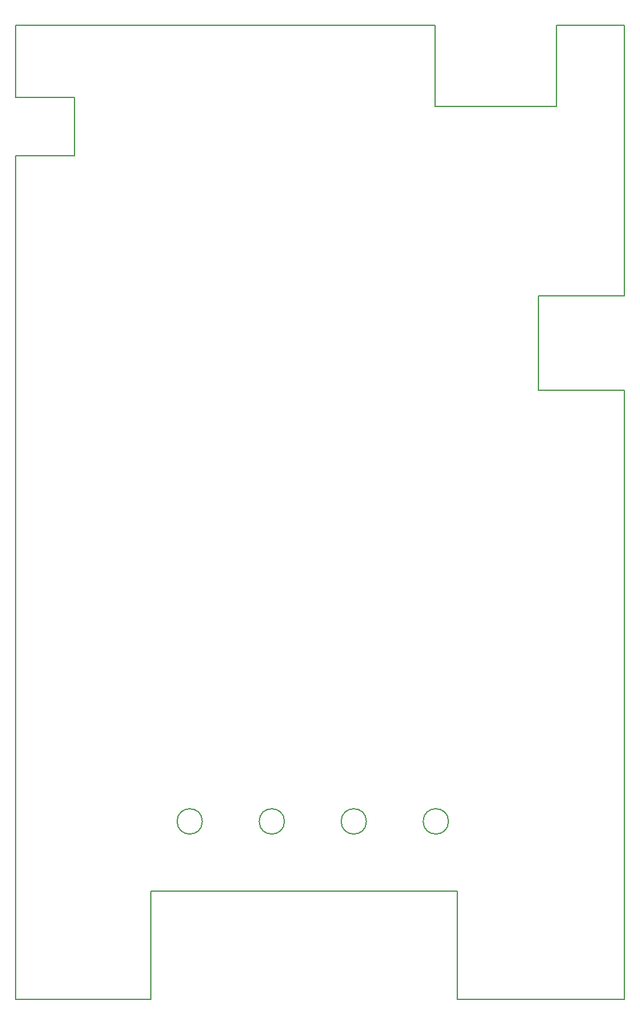
<source format=gbr>
G04 #@! TF.FileFunction,Profile,NP*
%FSLAX46Y46*%
G04 Gerber Fmt 4.6, Leading zero omitted, Abs format (unit mm)*
G04 Created by KiCad (PCBNEW 4.0.2+dfsg1-2~bpo8+1-stable) date lun 17 oct 2016 15:55:52 ART*
%MOMM*%
G01*
G04 APERTURE LIST*
%ADD10C,0.100000*%
%ADD11C,0.150000*%
G04 APERTURE END LIST*
D10*
D11*
X109728000Y-152781000D02*
G75*
G03X109728000Y-152781000I-1778000J0D01*
G01*
X86614000Y-152781000D02*
G75*
G03X86614000Y-152781000I-1778000J0D01*
G01*
X98171000Y-152781000D02*
G75*
G03X98171000Y-152781000I-1778000J0D01*
G01*
X121289530Y-152781000D02*
G75*
G03X121289530Y-152781000I-1782530J0D01*
G01*
X79375000Y-162560000D02*
X122555000Y-162560000D01*
X79375000Y-177800000D02*
X79375000Y-162560000D01*
X60325000Y-177800000D02*
X79375000Y-177800000D01*
X60325000Y-162560000D02*
X60325000Y-177800000D01*
X146050000Y-92075000D02*
X146050000Y-177800000D01*
X146050000Y-78740000D02*
X146050000Y-40640000D01*
X133985000Y-78740000D02*
X146050000Y-78740000D01*
X133985000Y-92075000D02*
X133985000Y-78740000D01*
X146050000Y-92075000D02*
X133985000Y-92075000D01*
X68580000Y-59055000D02*
X60325000Y-59055000D01*
X146050000Y-40640000D02*
X136525000Y-40640000D01*
X122555000Y-177800000D02*
X146050000Y-177800000D01*
X122555000Y-162560000D02*
X122555000Y-177800000D01*
X60325000Y-154940000D02*
X60325000Y-162560000D01*
X119380000Y-40640000D02*
X60325000Y-40640000D01*
X136525000Y-52070000D02*
X136525000Y-40640000D01*
X119380000Y-52070000D02*
X136525000Y-52070000D01*
X119380000Y-40640000D02*
X119380000Y-52070000D01*
X60325000Y-154940000D02*
X60325000Y-59055000D01*
X60325000Y-50800000D02*
X60325000Y-40640000D01*
X68580000Y-50800000D02*
X60325000Y-50800000D01*
X68580000Y-59055000D02*
X68580000Y-50800000D01*
M02*

</source>
